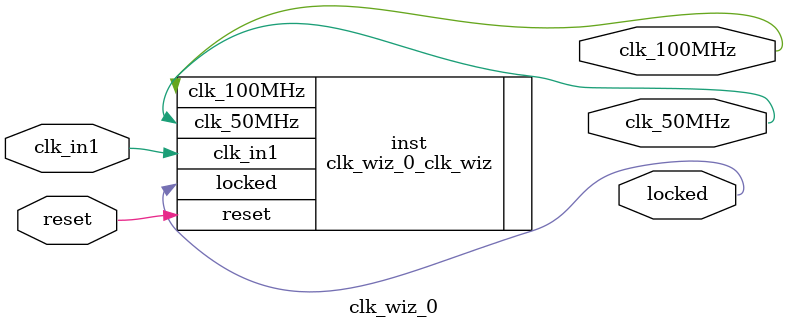
<source format=v>


`timescale 1ps/1ps

(* CORE_GENERATION_INFO = "clk_wiz_0,clk_wiz_v6_0_10_0_0,{component_name=clk_wiz_0,use_phase_alignment=true,use_min_o_jitter=false,use_max_i_jitter=false,use_dyn_phase_shift=false,use_inclk_switchover=false,use_dyn_reconfig=false,enable_axi=0,feedback_source=FDBK_AUTO,PRIMITIVE=MMCM,num_out_clk=2,clkin1_period=10.000,clkin2_period=10.000,use_power_down=false,use_reset=true,use_locked=true,use_inclk_stopped=false,feedback_type=SINGLE,CLOCK_MGR_TYPE=NA,manual_override=false}" *)

module clk_wiz_0 
 (
  // Clock out ports
  output        clk_100MHz,
  output        clk_50MHz,
  // Status and control signals
  input         reset,
  output        locked,
 // Clock in ports
  input         clk_in1
 );

  clk_wiz_0_clk_wiz inst
  (
  // Clock out ports  
  .clk_100MHz(clk_100MHz),
  .clk_50MHz(clk_50MHz),
  // Status and control signals               
  .reset(reset), 
  .locked(locked),
 // Clock in ports
  .clk_in1(clk_in1)
  );

endmodule

</source>
